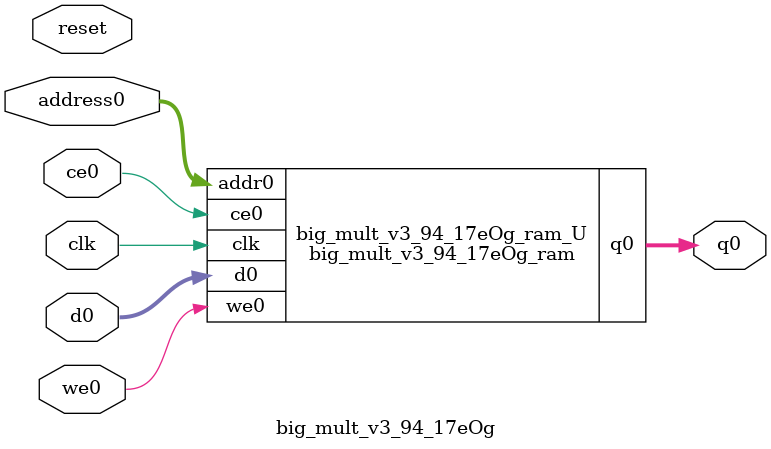
<source format=v>

`timescale 1 ns / 1 ps
module big_mult_v3_94_17eOg_ram (addr0, ce0, d0, we0, q0,  clk);

parameter DWIDTH = 34;
parameter AWIDTH = 6;
parameter MEM_SIZE = 36;

input[AWIDTH-1:0] addr0;
input ce0;
input[DWIDTH-1:0] d0;
input we0;
output reg[DWIDTH-1:0] q0;
input clk;

(* ram_style = "block" *)reg [DWIDTH-1:0] ram[0:MEM_SIZE-1];




always @(posedge clk)  
begin 
    if (ce0) 
    begin
        if (we0) 
        begin 
            ram[addr0] <= d0; 
            q0 <= d0;
        end 
        else 
            q0 <= ram[addr0];
    end
end


endmodule


`timescale 1 ns / 1 ps
module big_mult_v3_94_17eOg(
    reset,
    clk,
    address0,
    ce0,
    we0,
    d0,
    q0);

parameter DataWidth = 32'd34;
parameter AddressRange = 32'd36;
parameter AddressWidth = 32'd6;
input reset;
input clk;
input[AddressWidth - 1:0] address0;
input ce0;
input we0;
input[DataWidth - 1:0] d0;
output[DataWidth - 1:0] q0;



big_mult_v3_94_17eOg_ram big_mult_v3_94_17eOg_ram_U(
    .clk( clk ),
    .addr0( address0 ),
    .ce0( ce0 ),
    .d0( d0 ),
    .we0( we0 ),
    .q0( q0 ));

endmodule


</source>
